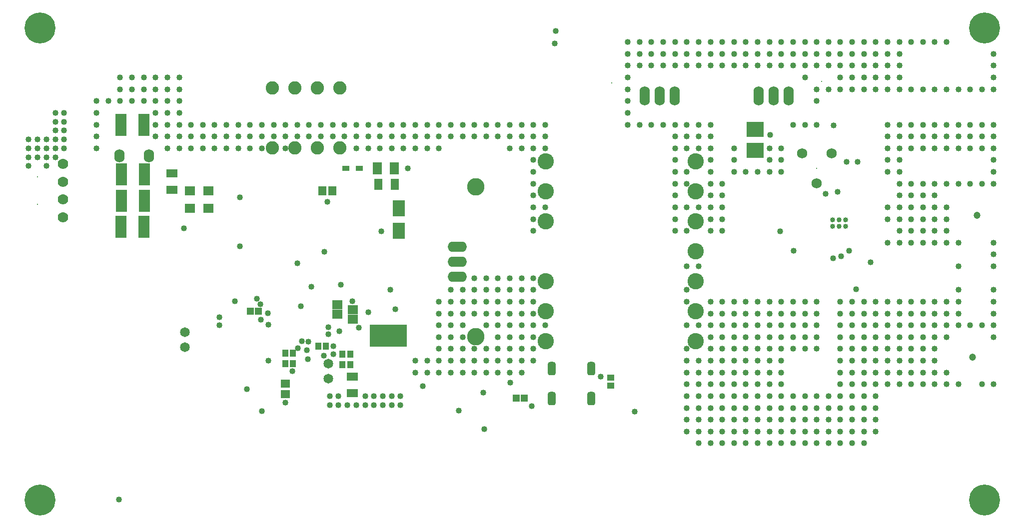
<source format=gbs>
G04*
G04 #@! TF.GenerationSoftware,Altium Limited,Altium Designer,19.0.15 (446)*
G04*
G04 Layer_Color=16711935*
%FSLAX25Y25*%
%MOIN*%
G70*
G01*
G75*
%ADD24R,0.06512X0.06118*%
%ADD25R,0.05724X0.07496*%
%ADD31R,0.04347X0.04740*%
%ADD39R,0.04740X0.04347*%
%ADD40R,0.04543X0.04937*%
%ADD46R,0.05528X0.06315*%
%ADD56R,0.04937X0.03559*%
%ADD57C,0.06906*%
%ADD58C,0.01000*%
%ADD59C,0.08874*%
%ADD60C,0.11630*%
%ADD61O,0.12811X0.06906*%
%ADD62C,0.07000*%
%ADD63C,0.06512*%
%ADD64C,0.00787*%
%ADD65O,0.06906X0.08874*%
%ADD66O,0.06906X0.12811*%
%ADD67C,0.10843*%
%ADD68C,0.03362*%
%ADD69C,0.04000*%
%ADD70C,0.04724*%
%ADD71C,0.20685*%
%ADD136R,0.24803X0.15158*%
%ADD137R,0.07496X0.05724*%
%ADD138R,0.06315X0.05528*%
%ADD139R,0.07299X0.14780*%
G04:AMPARAMS|DCode=140|XSize=55mil|YSize=90mil|CornerRadius=16.25mil|HoleSize=0mil|Usage=FLASHONLY|Rotation=0.000|XOffset=0mil|YOffset=0mil|HoleType=Round|Shape=RoundedRectangle|*
%AMROUNDEDRECTD140*
21,1,0.05500,0.05750,0,0,0.0*
21,1,0.02250,0.09000,0,0,0.0*
1,1,0.03250,0.01125,-0.02875*
1,1,0.03250,-0.01125,-0.02875*
1,1,0.03250,-0.01125,0.02875*
1,1,0.03250,0.01125,0.02875*
%
%ADD140ROUNDEDRECTD140*%
%ADD141R,0.11236X0.09858*%
%ADD142R,0.06709X0.06315*%
%ADD143R,0.06118X0.08087*%
%ADD144R,0.07890X0.11039*%
D24*
X228346Y146457D02*
D03*
Y140157D02*
D03*
X218110Y143701D02*
D03*
Y150000D02*
D03*
D25*
X245276Y230315D02*
D03*
X256299D02*
D03*
D31*
X210433Y122441D02*
D03*
X205315D02*
D03*
X221457Y116963D02*
D03*
X226575D02*
D03*
X221457Y109859D02*
D03*
X226575D02*
D03*
X188386Y110531D02*
D03*
X183268D02*
D03*
X183268Y117470D02*
D03*
X188386D02*
D03*
D39*
X400394Y101221D02*
D03*
Y96102D02*
D03*
D40*
X160138Y145669D02*
D03*
X165453D02*
D03*
X337500Y87638D02*
D03*
X342815D02*
D03*
D46*
X214862Y225886D02*
D03*
X207972D02*
D03*
D56*
X223819Y240945D02*
D03*
X232874D02*
D03*
D57*
X537795Y231102D02*
D03*
X527953Y250787D02*
D03*
X547638D02*
D03*
D58*
X537795Y240945D02*
D03*
X18032Y235354D02*
D03*
Y216850D02*
D03*
X541212Y298836D02*
D03*
X401212Y297836D02*
D03*
D59*
X219764Y294724D02*
D03*
Y254724D02*
D03*
X189764Y294724D02*
D03*
X204764D02*
D03*
Y254724D02*
D03*
X189764D02*
D03*
X174764Y294724D02*
D03*
Y254724D02*
D03*
D60*
X310434Y128582D02*
D03*
Y228582D02*
D03*
D61*
X298031Y168583D02*
D03*
Y178583D02*
D03*
Y188583D02*
D03*
D62*
X35039Y243819D02*
D03*
Y232008D02*
D03*
Y220197D02*
D03*
Y208386D02*
D03*
D63*
X116535Y121653D02*
D03*
Y131653D02*
D03*
X212158Y100630D02*
D03*
Y110630D02*
D03*
D64*
X240941Y129118D02*
D03*
X245075Y122819D02*
D03*
Y125969D02*
D03*
Y129118D02*
D03*
Y132268D02*
D03*
Y135417D02*
D03*
X249760D02*
D03*
Y132268D02*
D03*
Y129118D02*
D03*
Y125969D02*
D03*
Y122819D02*
D03*
X254445D02*
D03*
Y125969D02*
D03*
Y129118D02*
D03*
Y132268D02*
D03*
Y135417D02*
D03*
X259130D02*
D03*
Y132268D02*
D03*
Y129118D02*
D03*
Y125969D02*
D03*
Y122819D02*
D03*
X263264Y129118D02*
D03*
D65*
X92520Y249134D02*
D03*
X72835D02*
D03*
D66*
X519213Y289270D02*
D03*
X509213D02*
D03*
X499213D02*
D03*
X423213D02*
D03*
X433213D02*
D03*
X443213D02*
D03*
D67*
X457054Y245655D02*
D03*
Y225655D02*
D03*
Y205655D02*
D03*
Y185654D02*
D03*
Y165655D02*
D03*
Y145654D02*
D03*
Y125654D02*
D03*
X357054D02*
D03*
Y145654D02*
D03*
Y165655D02*
D03*
Y205655D02*
D03*
Y225655D02*
D03*
Y245655D02*
D03*
D68*
X548425Y202165D02*
D03*
Y206496D02*
D03*
X552756Y202165D02*
D03*
Y206496D02*
D03*
X557087Y202165D02*
D03*
Y206496D02*
D03*
D69*
X393857Y101969D02*
D03*
X347638Y82169D02*
D03*
X356693Y136221D02*
D03*
X348819Y167717D02*
D03*
Y159843D02*
D03*
Y151969D02*
D03*
Y144095D02*
D03*
Y136221D02*
D03*
Y128347D02*
D03*
Y120473D02*
D03*
Y112599D02*
D03*
X340945Y167717D02*
D03*
Y159843D02*
D03*
Y151969D02*
D03*
Y144095D02*
D03*
Y136221D02*
D03*
Y128347D02*
D03*
Y120473D02*
D03*
Y112599D02*
D03*
Y104725D02*
D03*
X333071Y167717D02*
D03*
Y159843D02*
D03*
Y151969D02*
D03*
Y144095D02*
D03*
Y136221D02*
D03*
Y128347D02*
D03*
Y120473D02*
D03*
Y112599D02*
D03*
Y104725D02*
D03*
X325197Y167717D02*
D03*
Y159843D02*
D03*
Y151969D02*
D03*
Y144095D02*
D03*
Y136221D02*
D03*
Y128347D02*
D03*
Y120473D02*
D03*
Y112599D02*
D03*
Y104725D02*
D03*
X317323Y167717D02*
D03*
Y159843D02*
D03*
Y151969D02*
D03*
Y144095D02*
D03*
Y136221D02*
D03*
Y120473D02*
D03*
Y112599D02*
D03*
Y104725D02*
D03*
X309449Y167717D02*
D03*
Y159843D02*
D03*
Y151969D02*
D03*
Y144095D02*
D03*
Y120473D02*
D03*
Y112599D02*
D03*
Y104725D02*
D03*
X301575Y159843D02*
D03*
Y151969D02*
D03*
Y144095D02*
D03*
Y136221D02*
D03*
Y128347D02*
D03*
Y120473D02*
D03*
Y112599D02*
D03*
Y104725D02*
D03*
X293701Y159843D02*
D03*
Y151969D02*
D03*
Y144095D02*
D03*
Y136221D02*
D03*
Y128347D02*
D03*
Y120473D02*
D03*
Y112599D02*
D03*
Y104725D02*
D03*
X285827Y151969D02*
D03*
Y144095D02*
D03*
Y136221D02*
D03*
Y128347D02*
D03*
Y120473D02*
D03*
Y112599D02*
D03*
Y104725D02*
D03*
X277953Y112599D02*
D03*
Y104725D02*
D03*
X270079Y112599D02*
D03*
Y104725D02*
D03*
X315500Y91200D02*
D03*
X72500Y19900D02*
D03*
X553544Y112599D02*
D03*
X548610Y180917D02*
D03*
X191732Y120866D02*
D03*
X149606Y152362D02*
D03*
X537796Y285827D02*
D03*
X545670Y317323D02*
D03*
X537796D02*
D03*
X443307Y309449D02*
D03*
Y317323D02*
D03*
X419685Y309449D02*
D03*
X427559D02*
D03*
X498425D02*
D03*
Y317323D02*
D03*
X514174Y309449D02*
D03*
X522048D02*
D03*
Y317323D02*
D03*
X529922Y270079D02*
D03*
X227952Y152150D02*
D03*
X256693Y146850D02*
D03*
X198425Y113779D02*
D03*
X115748Y200787D02*
D03*
X153150Y221654D02*
D03*
X198819Y125197D02*
D03*
X215354Y122441D02*
D03*
Y116929D02*
D03*
X275197Y95669D02*
D03*
X549213Y269685D02*
D03*
X522244Y185827D02*
D03*
X543701Y224016D02*
D03*
X513386Y198819D02*
D03*
X253543Y159843D02*
D03*
X247244Y198819D02*
D03*
X211417Y218503D02*
D03*
X167891Y79035D02*
D03*
X188189Y105512D02*
D03*
X157874Y93701D02*
D03*
X171925Y112721D02*
D03*
X153150Y189064D02*
D03*
X166929Y139901D02*
D03*
X209449Y185433D02*
D03*
X191339Y177551D02*
D03*
X220472Y163386D02*
D03*
X232284Y134646D02*
D03*
X219291Y132283D02*
D03*
X172047Y136614D02*
D03*
X171801Y144301D02*
D03*
X166732Y150394D02*
D03*
X238583Y144882D02*
D03*
X561418Y112599D02*
D03*
X553544Y120473D02*
D03*
X561418D02*
D03*
X537796Y151969D02*
D03*
X553544Y144095D02*
D03*
X537796D02*
D03*
X529922D02*
D03*
X522048Y151969D02*
D03*
Y144095D02*
D03*
X529922Y151969D02*
D03*
X553544D02*
D03*
X608662Y128347D02*
D03*
Y104725D02*
D03*
X600788Y144095D02*
D03*
X624410Y128347D02*
D03*
X608662Y112599D02*
D03*
X561418Y128347D02*
D03*
X569292Y81103D02*
D03*
X592914Y128347D02*
D03*
X648032Y136221D02*
D03*
X592914Y112599D02*
D03*
X608662Y151969D02*
D03*
X569292Y73228D02*
D03*
X585040Y96851D02*
D03*
X592914Y104725D02*
D03*
X553544Y136221D02*
D03*
X561418Y57480D02*
D03*
X577166Y81103D02*
D03*
X655906Y144095D02*
D03*
X585040Y104725D02*
D03*
X553544Y65354D02*
D03*
Y73228D02*
D03*
X577166Y112599D02*
D03*
X585040Y144095D02*
D03*
X655906Y136221D02*
D03*
X577166D02*
D03*
X553544Y81103D02*
D03*
X569292Y57480D02*
D03*
X545670Y88977D02*
D03*
X498425Y238583D02*
D03*
X600788Y120473D02*
D03*
X577166Y65354D02*
D03*
X624410Y144095D02*
D03*
X561418Y96851D02*
D03*
X506299Y246457D02*
D03*
X585040Y136221D02*
D03*
X600788Y151969D02*
D03*
X553544Y104725D02*
D03*
X624410D02*
D03*
X616536Y120473D02*
D03*
X569292Y88977D02*
D03*
X616536Y128347D02*
D03*
X482678Y254331D02*
D03*
X561418Y136221D02*
D03*
X608662Y120473D02*
D03*
X592914D02*
D03*
X577166Y144095D02*
D03*
X482678Y246457D02*
D03*
X592914Y151969D02*
D03*
X616536Y104725D02*
D03*
X577166Y151969D02*
D03*
X655906Y128347D02*
D03*
X553544Y57480D02*
D03*
X577166Y120473D02*
D03*
X616536Y112599D02*
D03*
X569292D02*
D03*
X600788Y128347D02*
D03*
X608662Y136221D02*
D03*
X624410D02*
D03*
X506299Y238583D02*
D03*
X600788Y96851D02*
D03*
X569292Y120473D02*
D03*
X553544Y96851D02*
D03*
X655906D02*
D03*
X553544Y128347D02*
D03*
X545670Y57480D02*
D03*
X632284Y144095D02*
D03*
X514174Y238583D02*
D03*
X640158Y136221D02*
D03*
X561418Y65354D02*
D03*
X545670Y81103D02*
D03*
X569292Y144095D02*
D03*
X655906Y151969D02*
D03*
X569292Y136221D02*
D03*
X577166Y128347D02*
D03*
X545670Y65354D02*
D03*
X592914Y144095D02*
D03*
X585040Y128347D02*
D03*
X624410Y151969D02*
D03*
X561418Y81103D02*
D03*
X514174Y254331D02*
D03*
X569292Y65354D02*
D03*
X561418Y88977D02*
D03*
X585040Y151969D02*
D03*
X592914Y96851D02*
D03*
X616536Y144095D02*
D03*
X608662Y96851D02*
D03*
X569292D02*
D03*
X577166Y73228D02*
D03*
X561418Y144095D02*
D03*
X600788Y112599D02*
D03*
X490552Y238583D02*
D03*
X632284Y96851D02*
D03*
X616536D02*
D03*
X632284Y159843D02*
D03*
X514174Y246457D02*
D03*
X561418Y104725D02*
D03*
X553544Y88977D02*
D03*
X624410Y96851D02*
D03*
X585040Y112599D02*
D03*
X632284Y151969D02*
D03*
X648032Y96851D02*
D03*
X585040Y120473D02*
D03*
X592914Y136221D02*
D03*
X561418Y73228D02*
D03*
X616536Y151969D02*
D03*
X577166Y88977D02*
D03*
Y104725D02*
D03*
X655906Y159843D02*
D03*
X545670Y73228D02*
D03*
X569292Y104725D02*
D03*
X600788D02*
D03*
X569292Y128347D02*
D03*
X577166Y96851D02*
D03*
X600788Y136221D02*
D03*
X482678Y238583D02*
D03*
X616536Y136221D02*
D03*
X506299Y254331D02*
D03*
X569292Y151969D02*
D03*
X632284Y136221D02*
D03*
X561418Y151969D02*
D03*
X608662Y144095D02*
D03*
X35827Y277953D02*
D03*
Y272047D02*
D03*
Y266142D02*
D03*
Y260236D02*
D03*
Y254331D02*
D03*
X29921Y277953D02*
D03*
Y272047D02*
D03*
Y266142D02*
D03*
Y260236D02*
D03*
Y254331D02*
D03*
Y248425D02*
D03*
X24016Y260236D02*
D03*
Y254331D02*
D03*
Y248425D02*
D03*
Y242520D02*
D03*
X18110Y260236D02*
D03*
Y254331D02*
D03*
Y248425D02*
D03*
X12205Y260236D02*
D03*
Y254331D02*
D03*
Y248425D02*
D03*
Y242520D02*
D03*
X260236Y88976D02*
D03*
Y83071D02*
D03*
X254331Y88976D02*
D03*
Y83071D02*
D03*
X248425Y88976D02*
D03*
Y83071D02*
D03*
X242520Y88976D02*
D03*
Y83071D02*
D03*
X236614Y88976D02*
D03*
Y83071D02*
D03*
X230709D02*
D03*
X224803D02*
D03*
X218898Y88976D02*
D03*
Y83071D02*
D03*
X212992Y88976D02*
D03*
Y83071D02*
D03*
X356693Y270079D02*
D03*
Y262205D02*
D03*
Y254331D02*
D03*
Y214961D02*
D03*
X348819Y270079D02*
D03*
Y262205D02*
D03*
Y254331D02*
D03*
Y246457D02*
D03*
Y238583D02*
D03*
Y230709D02*
D03*
Y222835D02*
D03*
Y214961D02*
D03*
Y207087D02*
D03*
Y199213D02*
D03*
X340945Y270079D02*
D03*
Y262205D02*
D03*
Y254331D02*
D03*
X333071Y270079D02*
D03*
Y262205D02*
D03*
Y254331D02*
D03*
X325197Y270079D02*
D03*
Y262205D02*
D03*
X317323Y270079D02*
D03*
Y262205D02*
D03*
X309449Y270079D02*
D03*
Y262205D02*
D03*
X301575Y270079D02*
D03*
Y262205D02*
D03*
X293701Y270079D02*
D03*
Y262205D02*
D03*
X285827Y270079D02*
D03*
Y262205D02*
D03*
Y254331D02*
D03*
X277953Y270079D02*
D03*
Y262205D02*
D03*
Y254331D02*
D03*
X270079Y270079D02*
D03*
Y262205D02*
D03*
Y254331D02*
D03*
X262205Y270079D02*
D03*
Y262205D02*
D03*
Y254331D02*
D03*
X254331Y270079D02*
D03*
Y262205D02*
D03*
Y254331D02*
D03*
X246457Y270079D02*
D03*
Y262205D02*
D03*
Y254331D02*
D03*
X238583Y270079D02*
D03*
Y262205D02*
D03*
Y254331D02*
D03*
X230709Y270079D02*
D03*
Y262205D02*
D03*
Y254331D02*
D03*
X222835Y270079D02*
D03*
Y262205D02*
D03*
X214961Y270079D02*
D03*
Y262205D02*
D03*
X207087Y270079D02*
D03*
Y262205D02*
D03*
X199213Y270079D02*
D03*
Y262205D02*
D03*
X191339Y270079D02*
D03*
Y262205D02*
D03*
X183465Y270079D02*
D03*
Y262205D02*
D03*
Y254331D02*
D03*
X175591Y270079D02*
D03*
Y262205D02*
D03*
X167717Y270079D02*
D03*
Y262205D02*
D03*
Y254331D02*
D03*
X159843Y270079D02*
D03*
Y262205D02*
D03*
Y254331D02*
D03*
X151969Y270079D02*
D03*
Y262205D02*
D03*
Y254331D02*
D03*
X144095Y270079D02*
D03*
Y262205D02*
D03*
Y254331D02*
D03*
X136221Y270079D02*
D03*
Y262205D02*
D03*
Y254331D02*
D03*
X128347Y270079D02*
D03*
Y262205D02*
D03*
Y254331D02*
D03*
X120473Y270079D02*
D03*
Y262205D02*
D03*
Y254331D02*
D03*
X112599Y301575D02*
D03*
Y293701D02*
D03*
Y285827D02*
D03*
Y277953D02*
D03*
Y270079D02*
D03*
Y262205D02*
D03*
Y254331D02*
D03*
X104725Y301575D02*
D03*
Y293701D02*
D03*
Y285827D02*
D03*
Y277953D02*
D03*
Y270079D02*
D03*
Y262205D02*
D03*
Y254331D02*
D03*
X96851Y301575D02*
D03*
Y293701D02*
D03*
Y285827D02*
D03*
Y277953D02*
D03*
Y270079D02*
D03*
Y262205D02*
D03*
X88977Y301575D02*
D03*
Y293701D02*
D03*
Y285827D02*
D03*
X81103Y301575D02*
D03*
Y293701D02*
D03*
Y285827D02*
D03*
X73228Y301575D02*
D03*
Y293701D02*
D03*
Y285827D02*
D03*
X65354D02*
D03*
X57480D02*
D03*
Y277953D02*
D03*
Y270079D02*
D03*
Y262205D02*
D03*
Y254331D02*
D03*
X655906Y270079D02*
D03*
Y262205D02*
D03*
Y254331D02*
D03*
Y246457D02*
D03*
Y238583D02*
D03*
Y230709D02*
D03*
Y191339D02*
D03*
Y183465D02*
D03*
Y175591D02*
D03*
X648032Y270079D02*
D03*
Y262205D02*
D03*
Y254331D02*
D03*
Y230709D02*
D03*
X640158Y270079D02*
D03*
Y262205D02*
D03*
Y254331D02*
D03*
Y230709D02*
D03*
X632284Y270079D02*
D03*
Y262205D02*
D03*
Y254331D02*
D03*
Y230709D02*
D03*
Y191339D02*
D03*
Y175591D02*
D03*
X624410Y270079D02*
D03*
Y262205D02*
D03*
Y254331D02*
D03*
Y230709D02*
D03*
Y214961D02*
D03*
Y207087D02*
D03*
Y199213D02*
D03*
Y191339D02*
D03*
X616536Y270079D02*
D03*
Y262205D02*
D03*
Y254331D02*
D03*
Y230709D02*
D03*
Y222835D02*
D03*
Y214961D02*
D03*
Y207087D02*
D03*
Y199213D02*
D03*
Y191339D02*
D03*
X608662Y270079D02*
D03*
Y262205D02*
D03*
Y254331D02*
D03*
Y230709D02*
D03*
Y222835D02*
D03*
Y214961D02*
D03*
Y207087D02*
D03*
Y199213D02*
D03*
Y191339D02*
D03*
X600788Y270079D02*
D03*
Y262205D02*
D03*
Y254331D02*
D03*
Y230709D02*
D03*
Y222835D02*
D03*
Y214961D02*
D03*
Y207087D02*
D03*
Y199213D02*
D03*
Y191339D02*
D03*
X592914Y270079D02*
D03*
Y262205D02*
D03*
Y254331D02*
D03*
Y246457D02*
D03*
Y238583D02*
D03*
Y230709D02*
D03*
Y222835D02*
D03*
Y214961D02*
D03*
Y207087D02*
D03*
Y199213D02*
D03*
Y191339D02*
D03*
X585040Y270079D02*
D03*
Y262205D02*
D03*
Y254331D02*
D03*
Y246457D02*
D03*
Y238583D02*
D03*
Y214961D02*
D03*
Y207087D02*
D03*
Y191339D02*
D03*
X655906Y317323D02*
D03*
Y309449D02*
D03*
Y301575D02*
D03*
Y293701D02*
D03*
X648032D02*
D03*
X640158D02*
D03*
X632284D02*
D03*
X624410Y325197D02*
D03*
Y293701D02*
D03*
X616536Y325197D02*
D03*
Y293701D02*
D03*
X608662Y325197D02*
D03*
Y293701D02*
D03*
X600788Y325197D02*
D03*
Y293701D02*
D03*
X592914Y325197D02*
D03*
Y317323D02*
D03*
Y309449D02*
D03*
Y301575D02*
D03*
Y293701D02*
D03*
X585040Y325197D02*
D03*
Y317323D02*
D03*
Y309449D02*
D03*
Y301575D02*
D03*
Y293701D02*
D03*
X577166Y325197D02*
D03*
Y317323D02*
D03*
Y309449D02*
D03*
Y301575D02*
D03*
Y293701D02*
D03*
X569292Y325197D02*
D03*
Y317323D02*
D03*
Y309449D02*
D03*
Y301575D02*
D03*
Y293701D02*
D03*
X561418Y325197D02*
D03*
Y317323D02*
D03*
Y309449D02*
D03*
Y301575D02*
D03*
Y293701D02*
D03*
X553544Y325197D02*
D03*
Y317323D02*
D03*
Y309449D02*
D03*
Y301575D02*
D03*
Y293701D02*
D03*
X545670Y325197D02*
D03*
Y309449D02*
D03*
Y293701D02*
D03*
X537796Y325197D02*
D03*
Y309449D02*
D03*
Y293701D02*
D03*
Y270079D02*
D03*
X529922Y325197D02*
D03*
Y317323D02*
D03*
Y309449D02*
D03*
Y301575D02*
D03*
X522048Y325197D02*
D03*
Y270079D02*
D03*
X514174Y325197D02*
D03*
Y317323D02*
D03*
X506299Y325197D02*
D03*
Y317323D02*
D03*
Y309449D02*
D03*
X498425Y325197D02*
D03*
X490552D02*
D03*
Y317323D02*
D03*
Y309449D02*
D03*
X482678Y325197D02*
D03*
Y317323D02*
D03*
Y309449D02*
D03*
X474803Y325197D02*
D03*
Y317323D02*
D03*
Y309449D02*
D03*
Y230709D02*
D03*
Y222835D02*
D03*
Y214961D02*
D03*
Y207087D02*
D03*
Y199213D02*
D03*
X466929Y325197D02*
D03*
Y317323D02*
D03*
Y309449D02*
D03*
Y270079D02*
D03*
Y262205D02*
D03*
Y254331D02*
D03*
Y246457D02*
D03*
Y238583D02*
D03*
Y230709D02*
D03*
Y222835D02*
D03*
Y214961D02*
D03*
Y207087D02*
D03*
Y199213D02*
D03*
X459055Y325197D02*
D03*
Y317323D02*
D03*
Y309449D02*
D03*
Y270079D02*
D03*
Y262205D02*
D03*
Y254331D02*
D03*
Y214961D02*
D03*
X451181Y325197D02*
D03*
Y317323D02*
D03*
Y309449D02*
D03*
Y270079D02*
D03*
Y262205D02*
D03*
Y254331D02*
D03*
Y238583D02*
D03*
Y230709D02*
D03*
Y214961D02*
D03*
Y199213D02*
D03*
X443307Y325197D02*
D03*
Y270079D02*
D03*
Y262205D02*
D03*
Y254331D02*
D03*
Y246457D02*
D03*
Y238583D02*
D03*
Y230709D02*
D03*
Y222835D02*
D03*
Y214961D02*
D03*
Y207087D02*
D03*
Y199213D02*
D03*
X435433Y325197D02*
D03*
Y317323D02*
D03*
Y309449D02*
D03*
Y270079D02*
D03*
X427559Y325197D02*
D03*
Y317323D02*
D03*
Y270079D02*
D03*
X419685Y325197D02*
D03*
Y317323D02*
D03*
Y270079D02*
D03*
X411811Y325197D02*
D03*
Y317323D02*
D03*
Y309449D02*
D03*
Y301575D02*
D03*
Y293701D02*
D03*
Y285827D02*
D03*
Y277953D02*
D03*
Y270079D02*
D03*
X537796Y136221D02*
D03*
Y128347D02*
D03*
Y120473D02*
D03*
Y88977D02*
D03*
Y81103D02*
D03*
Y73228D02*
D03*
Y65354D02*
D03*
Y57480D02*
D03*
X529922Y136221D02*
D03*
Y128347D02*
D03*
Y120473D02*
D03*
Y88977D02*
D03*
Y81103D02*
D03*
Y73228D02*
D03*
Y65354D02*
D03*
Y57480D02*
D03*
X522048Y136221D02*
D03*
Y128347D02*
D03*
Y120473D02*
D03*
Y88977D02*
D03*
Y81103D02*
D03*
Y73228D02*
D03*
Y65354D02*
D03*
Y57480D02*
D03*
X514174Y151969D02*
D03*
Y144095D02*
D03*
Y136221D02*
D03*
Y128347D02*
D03*
Y120473D02*
D03*
Y112599D02*
D03*
Y104725D02*
D03*
Y96851D02*
D03*
Y88977D02*
D03*
Y81103D02*
D03*
Y73228D02*
D03*
Y65354D02*
D03*
Y57480D02*
D03*
X506299Y151969D02*
D03*
Y144095D02*
D03*
Y136221D02*
D03*
Y128347D02*
D03*
Y120473D02*
D03*
Y112599D02*
D03*
Y104725D02*
D03*
Y96851D02*
D03*
Y88977D02*
D03*
Y81103D02*
D03*
Y73228D02*
D03*
Y65354D02*
D03*
Y57480D02*
D03*
X498425Y151969D02*
D03*
Y144095D02*
D03*
Y136221D02*
D03*
Y128347D02*
D03*
Y120473D02*
D03*
Y112599D02*
D03*
Y104725D02*
D03*
Y96851D02*
D03*
Y88977D02*
D03*
Y81103D02*
D03*
Y73228D02*
D03*
Y65354D02*
D03*
Y57480D02*
D03*
X490552Y151969D02*
D03*
Y144095D02*
D03*
Y136221D02*
D03*
Y128347D02*
D03*
Y120473D02*
D03*
Y112599D02*
D03*
Y104725D02*
D03*
Y96851D02*
D03*
Y88977D02*
D03*
Y81103D02*
D03*
Y73228D02*
D03*
Y65354D02*
D03*
Y57480D02*
D03*
X482678Y151969D02*
D03*
Y144095D02*
D03*
Y136221D02*
D03*
Y128347D02*
D03*
Y120473D02*
D03*
Y112599D02*
D03*
Y104725D02*
D03*
Y96851D02*
D03*
Y88977D02*
D03*
Y81103D02*
D03*
Y73228D02*
D03*
Y65354D02*
D03*
Y57480D02*
D03*
X474803Y151969D02*
D03*
Y144095D02*
D03*
Y136221D02*
D03*
Y128347D02*
D03*
Y120473D02*
D03*
Y112599D02*
D03*
Y104725D02*
D03*
Y96851D02*
D03*
Y88977D02*
D03*
Y81103D02*
D03*
Y73228D02*
D03*
Y65354D02*
D03*
Y57480D02*
D03*
X466929Y151969D02*
D03*
Y144095D02*
D03*
Y136221D02*
D03*
Y128347D02*
D03*
Y120473D02*
D03*
Y112599D02*
D03*
Y104725D02*
D03*
Y96851D02*
D03*
Y88977D02*
D03*
Y81103D02*
D03*
Y73228D02*
D03*
Y65354D02*
D03*
Y57480D02*
D03*
X459055Y175591D02*
D03*
Y136221D02*
D03*
Y112599D02*
D03*
Y104725D02*
D03*
Y96851D02*
D03*
Y88977D02*
D03*
Y81103D02*
D03*
Y73228D02*
D03*
Y65354D02*
D03*
Y57480D02*
D03*
X451181Y175591D02*
D03*
Y159843D02*
D03*
Y151969D02*
D03*
Y136221D02*
D03*
Y120473D02*
D03*
Y112599D02*
D03*
Y104725D02*
D03*
Y96851D02*
D03*
Y88977D02*
D03*
Y81103D02*
D03*
Y73228D02*
D03*
Y65354D02*
D03*
X506693Y263386D02*
D03*
X264961Y240945D02*
D03*
X209055Y115919D02*
D03*
X573622Y178209D02*
D03*
X564961Y245276D02*
D03*
X557792Y245179D02*
D03*
X139370Y141732D02*
D03*
Y136221D02*
D03*
X193700Y148819D02*
D03*
X194559Y125654D02*
D03*
X197637Y119685D02*
D03*
X200787Y161811D02*
D03*
X183465Y84646D02*
D03*
X333465Y98032D02*
D03*
X315971Y66929D02*
D03*
X362992Y324410D02*
D03*
X363779Y332677D02*
D03*
X564156Y160433D02*
D03*
X298922Y79176D02*
D03*
X416535Y78740D02*
D03*
X559449Y185827D02*
D03*
X554035Y182283D02*
D03*
X551575Y225197D02*
D03*
X164370Y153937D02*
D03*
X212205Y135039D02*
D03*
Y130315D02*
D03*
D70*
X641732Y114862D02*
D03*
X644882Y209473D02*
D03*
D71*
X19685Y334646D02*
D03*
X649606D02*
D03*
Y19685D02*
D03*
X19685D02*
D03*
D136*
X252102Y129118D02*
D03*
D137*
X228133Y90945D02*
D03*
Y101969D02*
D03*
X107795Y226535D02*
D03*
Y237559D02*
D03*
D138*
X183465Y97146D02*
D03*
Y90256D02*
D03*
D139*
X73819Y270079D02*
D03*
X89173D02*
D03*
X73976Y236850D02*
D03*
X89331D02*
D03*
X73976Y219213D02*
D03*
X89331D02*
D03*
X73701Y201969D02*
D03*
X89055D02*
D03*
D140*
X387524Y87387D02*
D03*
Y107387D02*
D03*
X361024D02*
D03*
Y87387D02*
D03*
D141*
X496850Y266968D02*
D03*
Y252992D02*
D03*
D142*
X132173Y225886D02*
D03*
Y214272D02*
D03*
X119575Y225886D02*
D03*
Y214272D02*
D03*
D143*
X256102Y240945D02*
D03*
X244685D02*
D03*
D144*
X259055Y199193D02*
D03*
Y214193D02*
D03*
M02*

</source>
